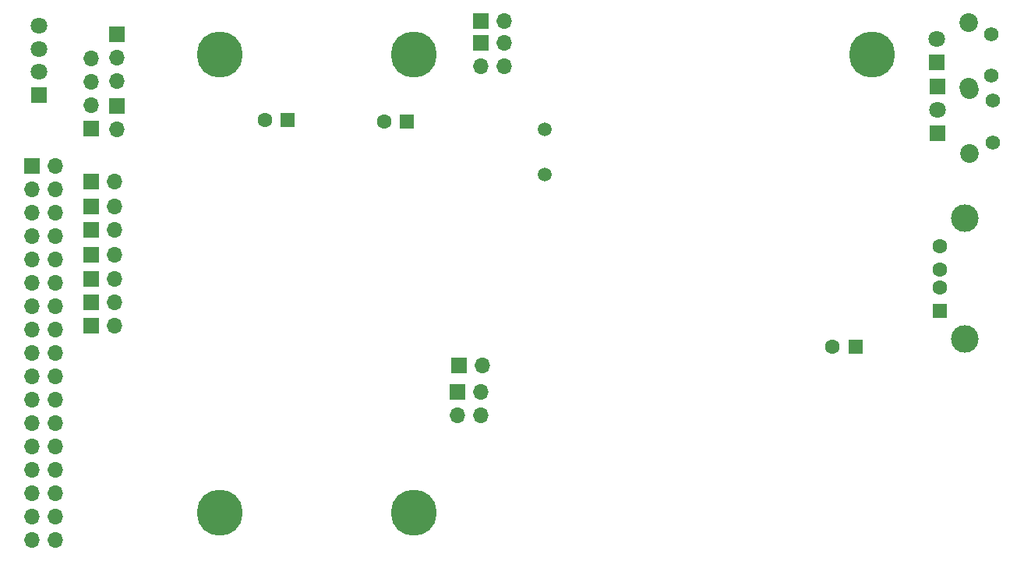
<source format=gbr>
%TF.GenerationSoftware,KiCad,Pcbnew,8.0.8*%
%TF.CreationDate,2025-02-19T22:11:45+00:00*%
%TF.ProjectId,Gotek,476f7465-6b2e-46b6-9963-61645f706362,rev?*%
%TF.SameCoordinates,Original*%
%TF.FileFunction,Soldermask,Bot*%
%TF.FilePolarity,Negative*%
%FSLAX46Y46*%
G04 Gerber Fmt 4.6, Leading zero omitted, Abs format (unit mm)*
G04 Created by KiCad (PCBNEW 8.0.8) date 2025-02-19 22:11:45*
%MOMM*%
%LPD*%
G01*
G04 APERTURE LIST*
%ADD10C,5.000000*%
%ADD11R,1.700000X1.700000*%
%ADD12O,1.700000X1.700000*%
%ADD13R,1.600000X1.600000*%
%ADD14C,1.600000*%
%ADD15C,1.575000*%
%ADD16C,2.025000*%
%ADD17R,1.800000X1.800000*%
%ADD18C,1.800000*%
%ADD19R,1.500000X1.600000*%
%ADD20C,3.000000*%
%ADD21C,1.500000*%
G04 APERTURE END LIST*
D10*
%TO.C,H1*%
X118491000Y-60642500D03*
%TD*%
%TO.C,H2*%
X139573000Y-60642500D03*
%TD*%
%TO.C,H3*%
X118491000Y-110363000D03*
%TD*%
%TO.C,H4*%
X139573000Y-110363000D03*
%TD*%
%TO.C,H5*%
X189357000Y-60642500D03*
%TD*%
D11*
%TO.C,J10*%
X104501950Y-68633500D03*
D12*
X104501950Y-66093500D03*
X104501950Y-63553500D03*
X104501950Y-61013500D03*
%TD*%
D11*
%TO.C,J7*%
X144360900Y-97291525D03*
D12*
X146900900Y-97291525D03*
X144360900Y-99831525D03*
X146900900Y-99831525D03*
%TD*%
D13*
%TO.C,C1*%
X187587138Y-92313125D03*
D14*
X185087138Y-92313125D03*
%TD*%
D11*
%TO.C,JK1*%
X146888200Y-56991250D03*
D12*
X149428200Y-56991250D03*
%TD*%
D11*
%TO.C,S0*%
X104498775Y-84975700D03*
D12*
X107038775Y-84975700D03*
%TD*%
D11*
%TO.C,JA1*%
X104500000Y-77080000D03*
D12*
X107040000Y-77080000D03*
%TD*%
D15*
%TO.C,S4*%
X202485625Y-70133600D03*
X202485625Y-65633600D03*
D16*
X199985625Y-71383600D03*
X199985625Y-64383600D03*
%TD*%
D17*
%TO.C,L5*%
X196472175Y-69119750D03*
D18*
X196472175Y-66579750D03*
%TD*%
D11*
%TO.C,MOR1*%
X104500000Y-90106500D03*
D12*
X107040000Y-90106500D03*
%TD*%
D13*
%TO.C,C17*%
X138863075Y-67862450D03*
D14*
X136363075Y-67862450D03*
%TD*%
D15*
%TO.C,S3*%
X202345925Y-62915800D03*
X202345925Y-58415800D03*
D16*
X199845925Y-64165800D03*
X199845925Y-57165800D03*
%TD*%
D11*
%TO.C,P1*%
X98126550Y-72694800D03*
D12*
X100666550Y-72694800D03*
X98126550Y-75234800D03*
X100666550Y-75234800D03*
X98126550Y-77774800D03*
X100666550Y-77774800D03*
X98126550Y-80314800D03*
X100666550Y-80314800D03*
X98126550Y-82854800D03*
X100666550Y-82854800D03*
X98126550Y-85394800D03*
X100666550Y-85394800D03*
X98126550Y-87934800D03*
X100666550Y-87934800D03*
X98126550Y-90474800D03*
X100666550Y-90474800D03*
X98126550Y-93014800D03*
X100666550Y-93014800D03*
X98126550Y-95554800D03*
X100666550Y-95554800D03*
X98126550Y-98094800D03*
X100666550Y-98094800D03*
X98126550Y-100634800D03*
X100666550Y-100634800D03*
X98126550Y-103174800D03*
X100666550Y-103174800D03*
X98126550Y-105714800D03*
X100666550Y-105714800D03*
X98126550Y-108254800D03*
X100666550Y-108254800D03*
X98126550Y-110794800D03*
X100666550Y-110794800D03*
X98126550Y-113334800D03*
X100666550Y-113334800D03*
%TD*%
D11*
%TO.C,J5*%
X104500000Y-74400000D03*
D12*
X107040000Y-74400000D03*
%TD*%
D11*
%TO.C,JKA1*%
X144460675Y-94351475D03*
D12*
X147000675Y-94351475D03*
%TD*%
D11*
%TO.C,J3*%
X107362625Y-58394600D03*
D12*
X107362625Y-60934600D03*
X107362625Y-63474600D03*
%TD*%
D11*
%TO.C,J8*%
X146900000Y-59329400D03*
D12*
X149440000Y-59329400D03*
X146900000Y-61869400D03*
X149440000Y-61869400D03*
%TD*%
D19*
%TO.C,P3*%
X196706525Y-88456650D03*
D14*
X196706525Y-85956650D03*
X196706525Y-83956650D03*
X196706525Y-81456650D03*
D20*
X199416525Y-91526650D03*
X199416525Y-78386650D03*
%TD*%
D17*
%TO.C,L3*%
X196484875Y-64039750D03*
D18*
X196484875Y-66579750D03*
%TD*%
D11*
%TO.C,S1*%
X104498775Y-87550625D03*
D12*
X107038775Y-87550625D03*
%TD*%
D11*
%TO.C,JC1*%
X104500000Y-79629000D03*
D12*
X107040000Y-79629000D03*
%TD*%
D11*
%TO.C,JB1*%
X104496950Y-82397600D03*
D12*
X107036950Y-82397600D03*
%TD*%
D21*
%TO.C,Y1*%
X153838275Y-73662075D03*
X153838275Y-68762075D03*
%TD*%
D11*
%TO.C,J4*%
X107362625Y-66209625D03*
D12*
X107362625Y-68749625D03*
%TD*%
D17*
%TO.C,P2*%
X98872900Y-64990975D03*
D18*
X98872900Y-62490975D03*
X98872900Y-59990975D03*
X98872900Y-57490975D03*
%TD*%
D17*
%TO.C,L4*%
X196399150Y-61409500D03*
D18*
X196399150Y-58869500D03*
%TD*%
D13*
%TO.C,C19*%
X125871488Y-67687825D03*
D14*
X123371488Y-67687825D03*
%TD*%
M02*

</source>
